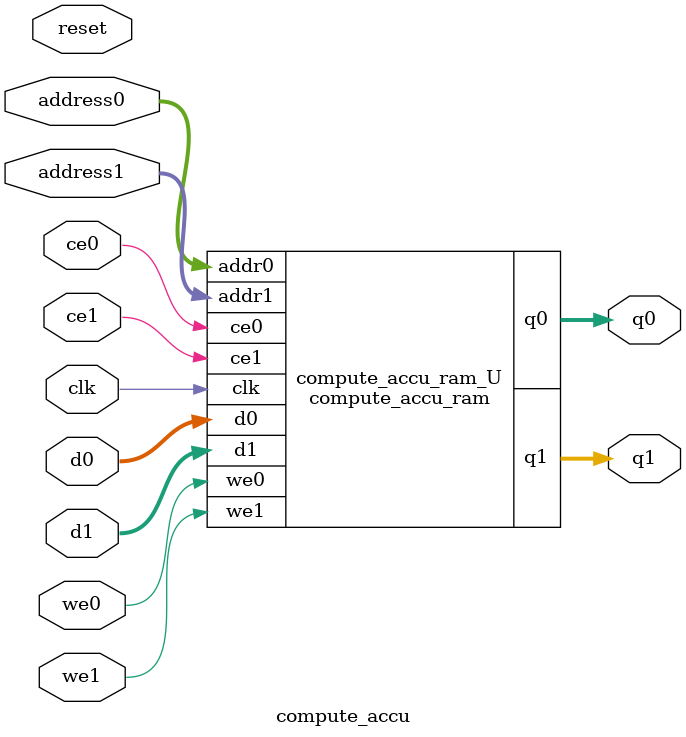
<source format=v>

`timescale 1 ns / 1 ps
module compute_accu_ram (addr0, ce0, d0, we0, q0, addr1, ce1, d1, we1, q1,  clk);

parameter DWIDTH = 32;
parameter AWIDTH = 4;
parameter MEM_SIZE = 9;

input[AWIDTH-1:0] addr0;
input ce0;
input[DWIDTH-1:0] d0;
input we0;
output reg[DWIDTH-1:0] q0;
input[AWIDTH-1:0] addr1;
input ce1;
input[DWIDTH-1:0] d1;
input we1;
output reg[DWIDTH-1:0] q1;
input clk;

(* ram_style = "block" *)reg [DWIDTH-1:0] ram[0:MEM_SIZE-1];




always @(posedge clk)  
begin 
    if (ce0) 
    begin
        if (we0) 
        begin 
            ram[addr0] <= d0; 
            q0 <= d0;
        end 
        else 
            q0 <= ram[addr0];
    end
end


always @(posedge clk)  
begin 
    if (ce1) 
    begin
        if (we1) 
        begin 
            ram[addr1] <= d1; 
            q1 <= d1;
        end 
        else 
            q1 <= ram[addr1];
    end
end


endmodule


`timescale 1 ns / 1 ps
module compute_accu(
    reset,
    clk,
    address0,
    ce0,
    we0,
    d0,
    q0,
    address1,
    ce1,
    we1,
    d1,
    q1);

parameter DataWidth = 32'd32;
parameter AddressRange = 32'd9;
parameter AddressWidth = 32'd4;
input reset;
input clk;
input[AddressWidth - 1:0] address0;
input ce0;
input we0;
input[DataWidth - 1:0] d0;
output[DataWidth - 1:0] q0;
input[AddressWidth - 1:0] address1;
input ce1;
input we1;
input[DataWidth - 1:0] d1;
output[DataWidth - 1:0] q1;



compute_accu_ram compute_accu_ram_U(
    .clk( clk ),
    .addr0( address0 ),
    .ce0( ce0 ),
    .we0( we0 ),
    .d0( d0 ),
    .q0( q0 ),
    .addr1( address1 ),
    .ce1( ce1 ),
    .we1( we1 ),
    .d1( d1 ),
    .q1( q1 ));

endmodule


</source>
